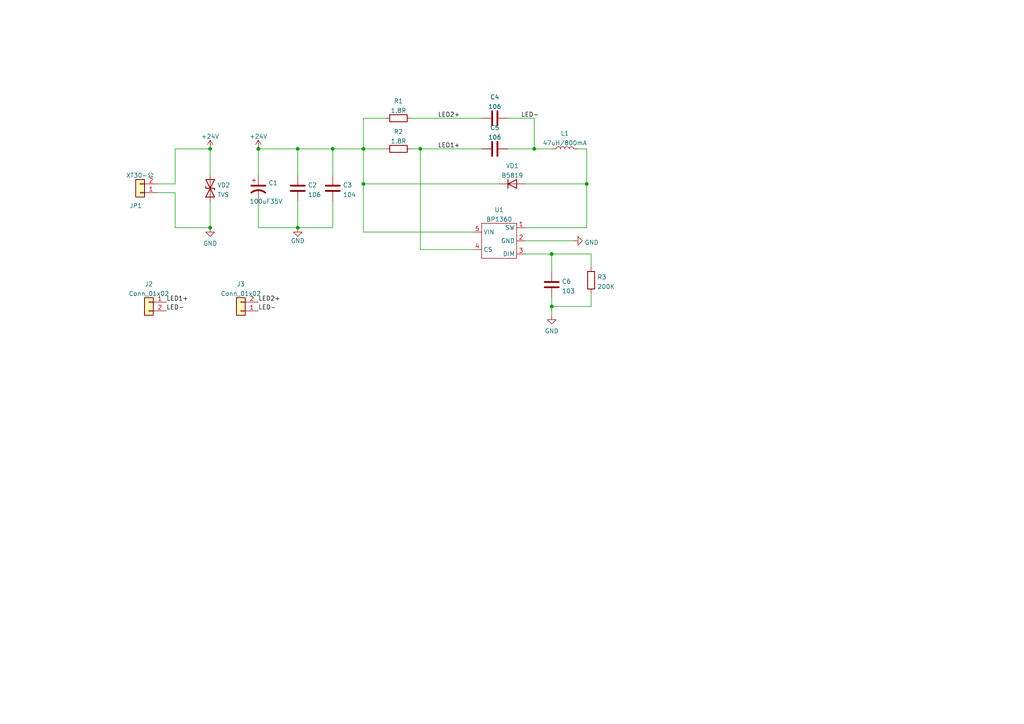
<source format=kicad_sch>
(kicad_sch (version 20211123) (generator eeschema)
  (paper "A4")
  (lib_symbols
    (symbol "Connector_Generic:Conn_01x02" (pin_names (offset 1.016) hide)
      (property "Reference" "J" (at 0 2.54 0))
      (property "Value" "Conn_01x02" (at 0 -5.08 0))
      (symbol "Conn_01x02_1_1"
        (rectangle (start -1.27 -2.413) (end 0 -2.667) (stroke (width 0.1524)))
        (rectangle (start -1.27 0.127) (end 0 -0.127) (stroke (width 0.1524)))
        (rectangle (start -1.27 1.27) (end 1.27 -3.81) (stroke (width 0.254)) (fill (type background)))
        (pin passive line (at -5.08 0 0) (length 3.81) (name "Pin_1") (number "1"))
        (pin passive line (at -5.08 -2.54 0) (length 3.81) (name "Pin_2") (number "2"))
      )
    )
    (symbol "Device:C" (pin_numbers hide) (pin_names (offset 0.254))
      (property "Reference" "C" (at 0.635 2.54 0))
      (property "Value" "C" (at 0.635 -2.54 0))
      (symbol "C_0_1"
        (polyline (pts (xy -2.032 -0.762) (xy 2.032 -0.762)) (stroke (width 0.508)))
        (polyline (pts (xy -2.032 0.762) (xy 2.032 0.762)) (stroke (width 0.508)))
      )
      (symbol "C_1_1"
        (pin passive line (at 0 3.81 270) (length 2.794) (name "~") (number "1"))
        (pin passive line (at 0 -3.81 90) (length 2.794) (name "~") (number "2"))
      )
    )
    (symbol "Device:C_Polarized_US" (pin_numbers hide) (pin_names (offset 0.254) hide)
      (property "Reference" "C" (at 0.635 2.54 0))
      (property "Value" "C_Polarized_US" (at 0.635 -2.54 0))
      (symbol "C_Polarized_US_0_1"
        (polyline (pts (xy -2.032 0.762) (xy 2.032 0.762)) (stroke (width 0.508)))
        (polyline (pts (xy -1.778 2.286) (xy -0.762 2.286)))
        (polyline (pts (xy -1.27 1.778) (xy -1.27 2.794)))
        (arc (start 2.032 -1.27) (mid 0 -0.5572) (end -2.032 -1.27) (stroke (width 0.508)))
      )
      (symbol "C_Polarized_US_1_1"
        (pin passive line (at 0 3.81 270) (length 2.794) (name "~") (number "1"))
        (pin passive line (at 0 -3.81 90) (length 3.302) (name "~") (number "2"))
      )
    )
    (symbol "Device:D" (pin_numbers hide) (pin_names (offset 1.016) hide)
      (property "Reference" "D" (at 0 2.54 0))
      (property "Value" "D" (at 0 -2.54 0))
      (symbol "D_0_1"
        (polyline (pts (xy -1.27 1.27) (xy -1.27 -1.27)) (stroke (width 0.254)))
        (polyline (pts (xy 1.27 0) (xy -1.27 0)))
        (polyline (pts (xy 1.27 1.27) (xy 1.27 -1.27) (xy -1.27 0) (xy 1.27 1.27)) (stroke (width 0.254)))
      )
      (symbol "D_1_1"
        (pin passive line (at -3.81 0 0) (length 2.54) (name "K") (number "1"))
        (pin passive line (at 3.81 0 180) (length 2.54) (name "A") (number "2"))
      )
    )
    (symbol "Device:D_TVS" (pin_numbers hide) (pin_names (offset 1.016) hide)
      (property "Reference" "D" (at 0 2.54 0))
      (property "Value" "D_TVS" (at 0 -2.54 0))
      (symbol "D_TVS_0_1"
        (polyline (pts (xy 1.27 0) (xy -1.27 0)))
        (polyline (pts (xy 0.508 1.27) (xy 0 1.27) (xy 0 -1.27) (xy -0.508 -1.27)) (stroke (width 0.254)))
        (polyline (pts (xy -2.54 1.27) (xy -2.54 -1.27) (xy 2.54 1.27) (xy 2.54 -1.27) (xy -2.54 1.27)) (stroke (width 0.254)))
      )
      (symbol "D_TVS_1_1"
        (pin passive line (at -3.81 0 0) (length 2.54) (name "A1") (number "1"))
        (pin passive line (at 3.81 0 180) (length 2.54) (name "A2") (number "2"))
      )
    )
    (symbol "Device:L" (pin_numbers hide) (pin_names (offset 1.016) hide)
      (property "Reference" "L" (at -1.27 0 90))
      (property "Value" "L" (at 1.905 0 90))
      (symbol "L_0_1"
        (arc (start 0 -2.54) (mid 0.635 -1.905) (end 0 -1.27))
        (arc (start 0 -1.27) (mid 0.635 -0.635) (end 0 0))
        (arc (start 0 0) (mid 0.635 0.635) (end 0 1.27))
        (arc (start 0 1.27) (mid 0.635 1.905) (end 0 2.54))
      )
      (symbol "L_1_1"
        (pin passive line (at 0 3.81 270) (length 1.27) (name "1") (number "1"))
        (pin passive line (at 0 -3.81 90) (length 1.27) (name "2") (number "2"))
      )
    )
    (symbol "Device:R" (pin_numbers hide) (pin_names (offset 0))
      (property "Reference" "R" (at 2.032 0 90))
      (property "Value" "R" (at 0 0 90))
      (symbol "R_0_1"
        (rectangle (start -1.016 -2.54) (end 1.016 2.54) (stroke (width 0.254)))
      )
      (symbol "R_1_1"
        (pin passive line (at 0 3.81 270) (length 1.27) (name "~") (number "1"))
        (pin passive line (at 0 -3.81 90) (length 1.27) (name "~") (number "2"))
      )
    )
    (symbol "lib:BP1360"
      (property "Reference" "U" (at -2.54 6.35 0))
      (property "Value" "BP1360" (at -2.54 -6.35 0))
      (symbol "BP1360_0_1"
        (rectangle (start -5.08 5.08) (end 5.08 -5.08) (stroke (width 0.1524)))
      )
      (symbol "BP1360_1_1"
        (pin open_emitter line (at 7.62 3.81 180) (length 2.54) (name "SW") (number "1"))
        (pin power_in line (at 7.62 0 180) (length 2.54) (name "GND") (number "2"))
        (pin input line (at 7.62 -3.81 180) (length 2.54) (name "DIM") (number "3"))
        (pin input line (at -7.62 -2.54 0) (length 2.54) (name "CS") (number "4"))
        (pin power_in line (at -7.62 2.54 0) (length 2.54) (name "VIN") (number "5"))
      )
    )
    (symbol "power:+24V" (power) (pin_names (offset 0))
      (property "Value" "+24V" (at 0 3.556 0))
      (symbol "+24V_0_1"
        (polyline (pts (xy -0.762 1.27) (xy 0 2.54)))
        (polyline (pts (xy 0 0) (xy 0 2.54)))
        (polyline (pts (xy 0 2.54) (xy 0.762 1.27)))
      )
      (symbol "+24V_1_1"
        (pin power_in line (at 0 0 90) (length 0) hide (name "+24V") (number "1"))
      )
    )
    (symbol "power:GND" (power) (pin_names (offset 0))
      (property "Value" "GND" (at 0 -3.81 0))
      (symbol "GND_0_1"
        (polyline (pts (xy 0 0) (xy 0 -1.27) (xy 1.27 -1.27) (xy 0 -2.54) (xy -1.27 -1.27) (xy 0 -1.27)))
      )
      (symbol "GND_1_1"
        (pin power_in line (at 0 0 270) (length 0) hide (name "GND") (number "1"))
      )
    )
  )
  (junction (at 86.36 66.04))
  (junction (at 96.52 43.18))
  (junction (at 74.93 43.18))
  (junction (at 154.94 43.18))
  (junction (at 170.18 53.34))
  (junction (at 121.92 43.18))
  (junction (at 105.41 53.34))
  (junction (at 105.41 43.18))
  (junction (at 160.02 88.9))
  (junction (at 60.96 43.18))
  (junction (at 86.36 43.18))
  (junction (at 160.02 73.66))
  (junction (at 60.96 66.04))
  (wire (pts (xy 74.93 58.42) (xy 74.93 66.04)))
  (wire (pts (xy 167.64 43.18) (xy 170.18 43.18)))
  (wire (pts (xy 50.8 66.04) (xy 50.8 55.88)))
  (wire (pts (xy 96.52 43.18) (xy 105.41 43.18)))
  (wire (pts (xy 121.92 43.18) (xy 139.7 43.18)))
  (wire (pts (xy 170.18 53.34) (xy 170.18 66.04)))
  (wire (pts (xy 160.02 78.74) (xy 160.02 73.66)))
  (wire (pts (xy 50.8 55.88) (xy 45.72 55.88)))
  (wire (pts (xy 147.32 34.29) (xy 154.94 34.29)))
  (wire (pts (xy 74.93 43.18) (xy 74.93 50.8)))
  (wire (pts (xy 160.02 88.9) (xy 160.02 91.44)))
  (wire (pts (xy 171.45 85.09) (xy 171.45 88.9)))
  (wire (pts (xy 119.38 34.29) (xy 139.7 34.29)))
  (wire (pts (xy 96.52 43.18) (xy 96.52 50.8)))
  (wire (pts (xy 86.36 58.42) (xy 86.36 66.04)))
  (wire (pts (xy 105.41 34.29) (xy 111.76 34.29)))
  (wire (pts (xy 105.41 67.31) (xy 137.16 67.31)))
  (wire (pts (xy 152.4 73.66) (xy 160.02 73.66)))
  (wire (pts (xy 86.36 66.04) (xy 96.52 66.04)))
  (wire (pts (xy 105.41 53.34) (xy 105.41 67.31)))
  (wire (pts (xy 60.96 58.42) (xy 60.96 66.04)))
  (wire (pts (xy 166.37 69.85) (xy 152.4 69.85)))
  (wire (pts (xy 171.45 73.66) (xy 171.45 77.47)))
  (wire (pts (xy 170.18 43.18) (xy 170.18 53.34)))
  (wire (pts (xy 60.96 66.04) (xy 50.8 66.04)))
  (wire (pts (xy 86.36 43.18) (xy 96.52 43.18)))
  (wire (pts (xy 154.94 43.18) (xy 147.32 43.18)))
  (wire (pts (xy 160.02 73.66) (xy 171.45 73.66)))
  (wire (pts (xy 50.8 53.34) (xy 50.8 43.18)))
  (wire (pts (xy 119.38 43.18) (xy 121.92 43.18)))
  (wire (pts (xy 154.94 34.29) (xy 154.94 43.18)))
  (wire (pts (xy 170.18 66.04) (xy 152.4 66.04)))
  (wire (pts (xy 152.4 53.34) (xy 170.18 53.34)))
  (wire (pts (xy 105.41 43.18) (xy 111.76 43.18)))
  (wire (pts (xy 121.92 43.18) (xy 121.92 72.39)))
  (wire (pts (xy 74.93 66.04) (xy 86.36 66.04)))
  (wire (pts (xy 86.36 43.18) (xy 74.93 43.18)))
  (wire (pts (xy 121.92 72.39) (xy 137.16 72.39)))
  (wire (pts (xy 171.45 88.9) (xy 160.02 88.9)))
  (wire (pts (xy 86.36 50.8) (xy 86.36 43.18)))
  (wire (pts (xy 60.96 43.18) (xy 60.96 50.8)))
  (wire (pts (xy 50.8 43.18) (xy 60.96 43.18)))
  (wire (pts (xy 96.52 66.04) (xy 96.52 58.42)))
  (wire (pts (xy 105.41 43.18) (xy 105.41 34.29)))
  (wire (pts (xy 45.72 53.34) (xy 50.8 53.34)))
  (wire (pts (xy 105.41 53.34) (xy 144.78 53.34)))
  (wire (pts (xy 154.94 43.18) (xy 160.02 43.18)))
  (wire (pts (xy 105.41 43.18) (xy 105.41 53.34)))
  (wire (pts (xy 160.02 86.36) (xy 160.02 88.9)))
  (label "LED1+" (at 48.26 87.63 0))
  (label "LED2+" (at 74.93 87.63 0))
  (label "LED-" (at 151.13 34.29 0))
  (label "LED-" (at 74.93 90.17 0))
  (label "LED2+" (at 127 34.29 0))
  (label "LED-" (at 48.26 90.17 0))
  (label "LED1+" (at 127 43.18 0))
  (symbol (lib_id "power:GND") (at 160.02 91.44 0) (unit 1)
    (property "Reference" "#PWR05" (effects hide))
    (property "Value" "GND" (at 160.02 96.0025 0))
  )
  (symbol (lib_id "power:+24V") (at 74.93 43.18 0) (unit 1)
    (property "Reference" "#PWR03" (effects hide))
    (property "Value" "+24V" (at 74.93 39.5755 0))
  )
  (symbol (lib_id "Connector_Generic:Conn_01x02") (at 40.64 55.88 180) (unit 1)
    (property "Reference" "JP1" (at 39.37 59.69 0))
    (property "Value" "XT30-公" (at 40.64 50.8786 0))
  )
  (symbol (lib_id "Device:D_TVS") (at 60.96 54.61 90) (unit 1)
    (property "Reference" "VD2" (at 62.992 53.7015 90) (effects (justify right)))
    (property "Value" "TVS" (at 62.992 56.4766 90) (effects (justify right)))
  )
  (symbol (lib_id "power:GND") (at 60.96 66.04 0) (unit 1)
    (property "Reference" "#PWR02" (effects hide))
    (property "Value" "GND" (at 60.96 70.6025 0))
  )
  (symbol (lib_id "Device:D") (at 148.59 53.34 0) (unit 1)
    (property "Reference" "VD1" (at 148.59 48.1035 0))
    (property "Value" "B5819" (at 148.59 50.8786 0))
  )
  (symbol (lib_id "Connector_Generic:Conn_01x02") (at 43.18 87.63 0) (mirror y) (unit 1)
    (property "Reference" "J2" (at 43.18 82.3935 0))
    (property "Value" "Conn_01x02" (at 43.18 85.1686 0))
  )
  (symbol (lib_id "power:GND") (at 166.37 69.85 90) (unit 1)
    (property "Reference" "#PWR06" (effects hide))
    (property "Value" "GND" (at 169.545 70.329 90) (effects (justify right)))
  )
  (symbol (lib_id "Connector_Generic:Conn_01x02") (at 69.85 90.17 180) (unit 1)
    (property "Reference" "J3" (at 69.85 82.3935 0))
    (property "Value" "Conn_01x02" (at 69.85 85.1686 0))
  )
  (symbol (lib_id "Device:R") (at 115.57 43.18 90) (unit 1)
    (property "Reference" "R2" (at 115.57 38.1975 90))
    (property "Value" "1.8R" (at 115.57 40.9726 90))
  )
  (symbol (lib_id "Device:C") (at 96.52 54.61 0) (unit 1)
    (property "Reference" "C3" (at 99.441 53.7015 0) (effects (justify left)))
    (property "Value" "104" (at 99.441 56.4766 0) (effects (justify left)))
  )
  (symbol (lib_id "Device:L") (at 163.83 43.18 90) (unit 1)
    (property "Reference" "L1" (at 163.83 38.7055 90))
    (property "Value" "47uH/800mA" (at 163.83 41.4806 90))
  )
  (symbol (lib_id "Device:C") (at 143.51 34.29 90) (unit 1)
    (property "Reference" "C4" (at 143.51 28.1645 90))
    (property "Value" "106" (at 143.51 30.9396 90))
  )
  (symbol (lib_id "Device:R") (at 171.45 81.28 0) (unit 1)
    (property "Reference" "R3" (at 173.228 80.3715 0) (effects (justify left)))
    (property "Value" "200K" (at 173.228 83.1466 0) (effects (justify left)))
  )
  (symbol (lib_id "Device:R") (at 115.57 34.29 90) (unit 1)
    (property "Reference" "R1" (at 115.57 29.3075 90))
    (property "Value" "1.8R" (at 115.57 32.0826 90))
  )
  (symbol (lib_id "lib:BP1360") (at 144.78 69.85 0) (unit 1)
    (property "Reference" "U1" (at 144.78 60.8543 0))
    (property "Value" "BP1360" (at 144.78 63.6294 0))
  )
  (symbol (lib_id "power:GND") (at 86.36 66.04 0) (unit 1)
    (property "Reference" "#PWR04" (effects hide))
    (property "Value" "GND" (at 86.36 69.85 0))
  )
  (symbol (lib_id "Device:C") (at 86.36 54.61 0) (unit 1)
    (property "Reference" "C2" (at 89.281 53.7015 0) (effects (justify left)))
    (property "Value" "106" (at 89.281 56.4766 0) (effects (justify left)))
  )
  (symbol (lib_id "Device:C") (at 143.51 43.18 90) (unit 1)
    (property "Reference" "C5" (at 143.51 37.0545 90))
    (property "Value" "106" (at 143.51 39.8296 90))
  )
  (symbol (lib_id "Device:C") (at 160.02 82.55 0) (unit 1)
    (property "Reference" "C6" (at 162.941 81.6415 0) (effects (justify left)))
    (property "Value" "103" (at 162.941 84.4166 0) (effects (justify left)))
  )
  (symbol (lib_id "power:+24V") (at 60.96 43.18 0) (unit 1)
    (property "Reference" "#PWR01" (effects hide))
    (property "Value" "+24V" (at 60.96 39.5755 0))
  )
  (symbol (lib_id "Device:C_Polarized_US") (at 74.93 54.61 0) (unit 1)
    (property "Reference" "C1" (at 77.851 53.0665 0) (effects (justify left)))
    (property "Value" "100uF35V" (at 72.39 58.42 0) (effects (justify left)))
  )
)
</source>
